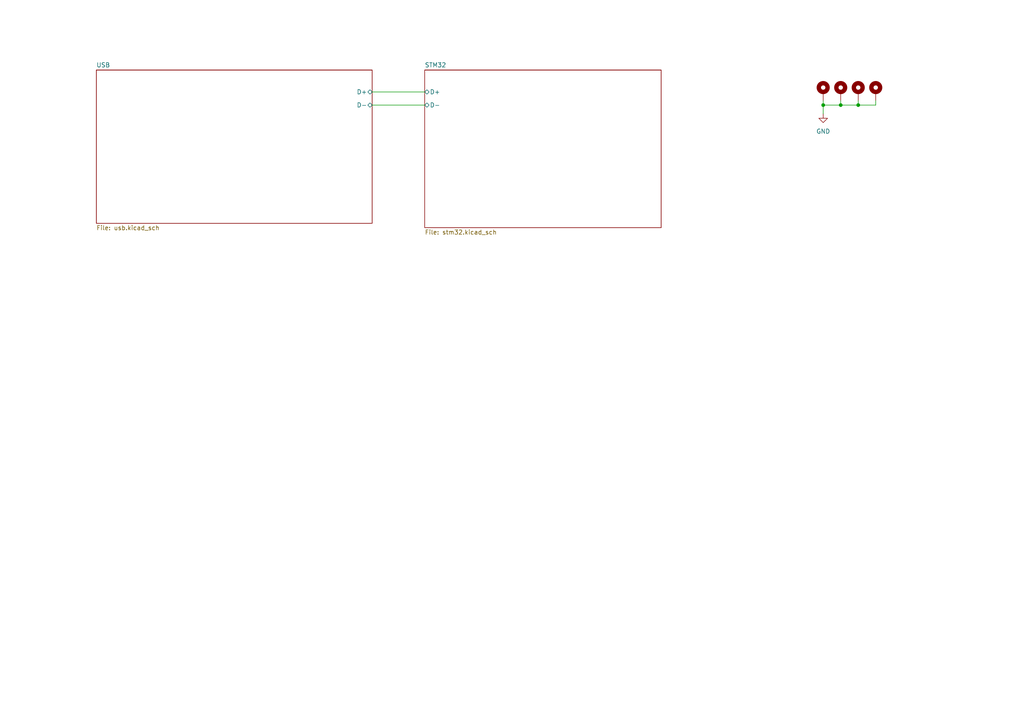
<source format=kicad_sch>
(kicad_sch (version 20250114) (generator "eeschema") (generator_version "9.0")
  (paper "A4")
  (title_block (title "STM32 Tuto USB") (date "2025-09-11") (rev "v1.0") (company "ENSEA") (comment 1 "Danilo Del Rio Cisneros"))
  (lib_symbols
    (symbol "Mechanical:MountingHole_Pad" (pin_numbers (hide yes)) (pin_names (offset 1.016) (hide yes)) (in_bom no)
      (property "Reference" "H" (at 0 6.35 0))
      (property "Value" "MountingHole_Pad" (at 0 4.445 0))
      (symbol "MountingHole_Pad_0_1"
        (circle (center 0 1.27) (radius 1.27) (stroke (width 1.27)))
      )
      (symbol "MountingHole_Pad_1_1"
        (pin input line (at 0 -2.54 90) (length 2.54) (name "1") (number "1"))
      )
    )
    (symbol "power:GND" (power) (pin_numbers (hide yes)) (pin_names (offset 0) (hide yes))
      (property "Value" "GND" (at 0 -3.81 0))
      (symbol "GND_0_1"
        (polyline (pts (xy 0 0) (xy 0 -1.27) (xy 1.27 -1.27) (xy 0 -2.54) (xy -1.27 -1.27) (xy 0 -1.27)))
      )
      (symbol "GND_1_1"
        (pin power_in line (at 0 0 270) (length 0) (name "~") (number "1"))
      )
    )
  )
  (junction (at 243.84 30.48))
  (junction (at 248.92 30.48))
  (junction (at 238.76 30.48))
  (wire (pts (xy 243.84 29.21) (xy 243.84 30.48)))
  (wire (pts (xy 243.84 30.48) (xy 238.76 30.48)))
  (wire (pts (xy 238.76 30.48) (xy 238.76 33.02)))
  (wire (pts (xy 107.95 26.67) (xy 123.19 26.67)))
  (wire (pts (xy 238.76 29.21) (xy 238.76 30.48)))
  (wire (pts (xy 254 30.48) (xy 248.92 30.48)))
  (wire (pts (xy 248.92 29.21) (xy 248.92 30.48)))
  (wire (pts (xy 254 29.21) (xy 254 30.48)))
  (wire (pts (xy 107.95 30.48) (xy 123.19 30.48)))
  (wire (pts (xy 248.92 30.48) (xy 243.84 30.48)))
  (symbol (lib_id "power:GND") (at 238.76 33.02 0) (unit 1)
    (property "Reference" "#PWR0101" (effects (hide yes)))
    (property "Value" "GND" (at 238.76 38.1 0))
    (property "Description" "Power symbol creates a global label with name \"GND\" , ground" (effects (hide yes)))
  )
  (symbol (lib_id "Mechanical:MountingHole_Pad") (at 243.84 26.67 0) (unit 1) (in_bom no)
    (property "Reference" "H102" (effects (hide yes)))
    (property "Value" "MountingHole_Pad" (effects (hide yes)))
    (property "Footprint" "MountingHole:MountingHole_3.2mm_M3_Pad_Via" (effects (hide yes)))
    (property "Description" "Mounting Hole with connection" (effects (hide yes)))
  )
  (symbol (lib_id "Mechanical:MountingHole_Pad") (at 248.92 26.67 0) (unit 1) (in_bom no)
    (property "Reference" "H103" (effects (hide yes)))
    (property "Value" "MountingHole_Pad" (effects (hide yes)))
    (property "Footprint" "MountingHole:MountingHole_3.2mm_M3_Pad_Via" (effects (hide yes)))
    (property "Description" "Mounting Hole with connection" (effects (hide yes)))
  )
  (symbol (lib_id "Mechanical:MountingHole_Pad") (at 254 26.67 0) (unit 1) (in_bom no)
    (property "Reference" "H104" (effects (hide yes)))
    (property "Value" "MountingHole_Pad" (effects (hide yes)))
    (property "Footprint" "MountingHole:MountingHole_3.2mm_M3_Pad_Via" (effects (hide yes)))
    (property "Description" "Mounting Hole with connection" (effects (hide yes)))
  )
  (symbol (lib_id "Mechanical:MountingHole_Pad") (at 238.76 26.67 0) (unit 1) (in_bom no)
    (property "Reference" "H101" (effects (hide yes)))
    (property "Value" "MountingHole_Pad" (effects (hide yes)))
    (property "Footprint" "MountingHole:MountingHole_3.2mm_M3_Pad_Via" (effects (hide yes)))
    (property "Description" "Mounting Hole with connection" (effects (hide yes)))
  )
  (sheet (at 123.19 20.32) (size 68.58 45.72) (stroke (width 0.1524))
    (property "Sheetname" "STM32" (at 123.19 19.6084 0) (effects (justify left bottom)))
    (property "Sheetfile" "stm32.kicad_sch" (at 123.19 66.6246 0) (effects (justify left top)))
    (pin "D+" bidirectional (at 123.19 26.67 180))
    (pin "D-" bidirectional (at 123.19 30.48 180))
  )
  (sheet (at 27.94 20.32) (size 80.01 44.45) (stroke (width 0.1524))
    (property "Sheetname" "USB" (at 27.94 19.6084 0) (effects (justify left bottom)))
    (property "Sheetfile" "usb.kicad_sch" (at 27.94 65.3546 0) (effects (justify left top)))
    (pin "D+" bidirectional (at 107.95 26.67 0))
    (pin "D-" bidirectional (at 107.95 30.48 0))
  )
)
</source>
